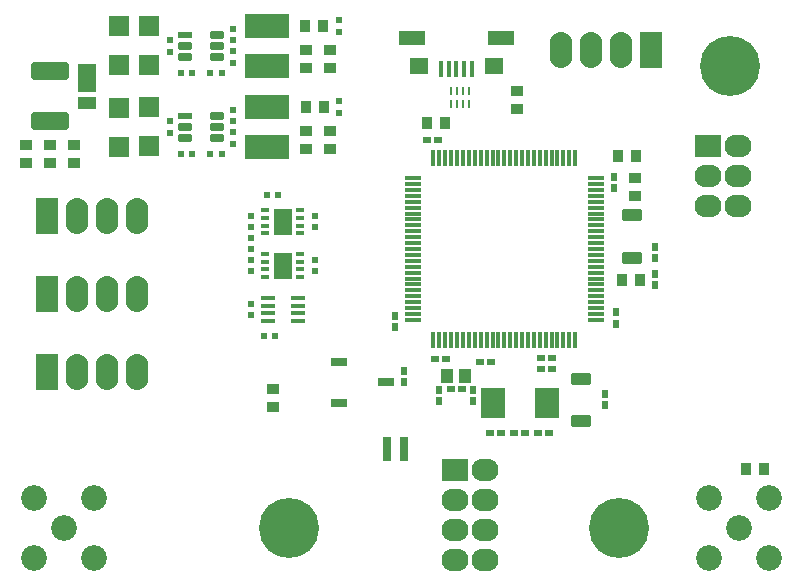
<source format=gts>
G04 ================== begin FILE IDENTIFICATION RECORD ==================*
G04 Layout Name:  M:/TDP4/Data Logger Full/allegro/datalogger.brd*
G04 Film Name:    datalogger.GTS*
G04 File Format:  Gerber RS274X*
G04 File Origin:  Cadence Allegro 17.2-S055*
G04 Origin Date:  Mon Mar 22 02:40:34 2021*
G04 *
G04 Layer:  VIA CLASS/SOLDERMASK_TOP*
G04 Layer:  PIN/SOLDERMASK_TOP*
G04 Layer:  DRC ERROR CLASS/SOLDERMASK_TOP*
G04 *
G04 Offset:    (0.00 0.00)*
G04 Mirror:    No*
G04 Mode:      Positive*
G04 Rotation:  0*
G04 FullContactRelief:  No*
G04 UndefLineWidth:     10.00*
G04 ================== end FILE IDENTIFICATION RECORD ====================*
%FSLAX25Y25*MOIN*%
%IR0*IPPOS*OFA0.00000B0.00000*MIA0B0*SFA1.00000B1.00000*%
%AMMACRO14*
4,1,40,.06299,-.01969,
.06299,.01969,
.062841,.021399,
.062397,.023055,
.061672,.02461,
.060688,.026015,
.059475,.027228,
.05807,.028212,
.056515,.028937,
.054859,.029381,
.05315,.02953,
-.05315,.02953,
-.054859,.029381,
-.056515,.028937,
-.05807,.028212,
-.059475,.027228,
-.060688,.026015,
-.061672,.02461,
-.062397,.023055,
-.062841,.021399,
-.06299,.01969,
-.06299,-.01969,
-.062841,-.021399,
-.062397,-.023055,
-.061672,-.02461,
-.060688,-.026015,
-.059475,-.027228,
-.05807,-.028212,
-.056515,-.028937,
-.054859,-.029381,
-.05315,-.02953,
.05315,-.02953,
.054859,-.029381,
.056515,-.028937,
.05807,-.028212,
.059475,-.027228,
.060688,-.026015,
.061672,-.02461,
.062397,-.023055,
.062841,-.021399,
.06299,-.01969,
0.0*
%
%ADD14MACRO14*%
%AMMACRO48*
4,1,44,-.03346,.00984,
-.03346,-.00984,
-.033316,-.011549,
-.032873,-.013206,
-.032149,-.014761,
-.031166,-.016166,
-.029954,-.01738,
-.028549,-.018364,
-.026995,-.01909,
-.025339,-.019535,
-.02363,-.019685,
-.02362,-.01968,
.02362,-.01968,
.025329,-.019536,
.026986,-.019093,
.028541,-.018369,
.029946,-.017386,
.03116,-.016174,
.032144,-.014769,
.03287,-.013215,
.033315,-.011559,
.033465,-.00985,
.03346,-.00984,
.03346,.00984,
.033316,.011549,
.032873,.013206,
.032149,.014761,
.031166,.016166,
.029954,.01738,
.028549,.018364,
.026995,.01909,
.025339,.019535,
.02363,.019685,
.02362,.01968,
-.02362,.01968,
-.025329,.019536,
-.026986,.019093,
-.028541,.018369,
-.029946,.017386,
-.03116,.016174,
-.032144,.014769,
-.03287,.013215,
-.033315,.011559,
-.033465,.00985,
-.03346,.00984,
0.0*
%
%ADD48MACRO48*%
%ADD11O,.075X.12*%
%ADD12R,.075X.12*%
%AMMACRO29*
4,1,44,-.00531,-.01141,
.00531,-.01141,
.006199,-.011338,
.007061,-.011108,
.007871,-.010732,
.008602,-.01022,
.009234,-.00959,
.009747,-.008859,
.010125,-.008051,
.010356,-.007189,
.010435,-.0063,
.01043,-.00629,
.01043,.00629,
.010358,.007179,
.010128,.008041,
.009752,.008851,
.00924,.009582,
.00861,.010214,
.007879,.010727,
.007071,.011105,
.006209,.011336,
.00532,.011415,
.00531,.01141,
-.00531,.01141,
-.006199,.011338,
-.007061,.011108,
-.007871,.010732,
-.008602,.01022,
-.009234,.00959,
-.009747,.008859,
-.010125,.008051,
-.010356,.007189,
-.010435,.0063,
-.01043,.00629,
-.01043,-.00629,
-.010358,-.007179,
-.010128,-.008041,
-.009752,-.008851,
-.00924,-.009582,
-.00861,-.010214,
-.007879,-.010727,
-.007071,-.011105,
-.006209,-.011336,
-.00532,-.011415,
-.00531,-.01141,
0.0*
%
%ADD29MACRO29*%
%AMMACRO21*
4,1,44,.01141,-.00531,
.01141,.00531,
.011338,.006199,
.011108,.007061,
.010732,.007871,
.01022,.008602,
.00959,.009234,
.008859,.009747,
.008051,.010125,
.007189,.010356,
.0063,.010435,
.00629,.01043,
-.00629,.01043,
-.007179,.010358,
-.008041,.010128,
-.008851,.009752,
-.009582,.00924,
-.010214,.00861,
-.010727,.007879,
-.011105,.007071,
-.011336,.006209,
-.011415,.00532,
-.01141,.00531,
-.01141,-.00531,
-.011338,-.006199,
-.011108,-.007061,
-.010732,-.007871,
-.01022,-.008602,
-.00959,-.009234,
-.008859,-.009747,
-.008051,-.010125,
-.007189,-.010356,
-.0063,-.010435,
-.00629,-.01043,
.00629,-.01043,
.007179,-.010358,
.008041,-.010128,
.008851,-.009752,
.009582,-.00924,
.010214,-.00861,
.010727,-.007879,
.011105,-.007071,
.011336,-.006209,
.011415,-.00532,
.01141,-.00531,
0.0*
%
%ADD21MACRO21*%
%AMMACRO19*
4,1,40,-.01771,-.01181,
.01771,-.01181,
.018736,-.01172,
.019731,-.011454,
.020665,-.011018,
.021509,-.010427,
.022237,-.009699,
.022828,-.008855,
.023264,-.007921,
.02353,-.006926,
.02362,-.0059,
.02362,.0059,
.02353,.006926,
.023264,.007921,
.022828,.008855,
.022237,.009699,
.021509,.010427,
.020665,.011018,
.019731,.011454,
.018736,.01172,
.01771,.01181,
-.01771,.01181,
-.018736,.01172,
-.019731,.011454,
-.020665,.011018,
-.021509,.010427,
-.022237,.009699,
-.022828,.008855,
-.023264,.007921,
-.02353,.006926,
-.02362,.0059,
-.02362,-.0059,
-.02353,-.006926,
-.023264,-.007921,
-.022828,-.008855,
-.022237,-.009699,
-.021509,-.010427,
-.020665,-.011018,
-.019731,-.011454,
-.018736,-.01172,
-.01771,-.01181,
0.0*
%
%ADD19MACRO19*%
%ADD10C,.08583*%
%ADD46R,.07874X.10236*%
%AMMACRO43*
4,1,44,-.00787,-.01141,
.00787,-.01141,
.008896,-.011325,
.009891,-.011059,
.010825,-.010623,
.011669,-.010032,
.012397,-.009304,
.012988,-.00846,
.013424,-.007526,
.01369,-.006531,
.01378,-.005505,
.01378,-.0055,
.01378,.0055,
.013691,.006526,
.013425,.007522,
.012991,.008456,
.012401,.0093,
.011673,.010029,
.010829,.010621,
.009896,.011057,
.008901,.011324,
.007875,.011415,
.00787,.01141,
-.00787,.01141,
-.008896,.011325,
-.009891,.011059,
-.010825,.010623,
-.011669,.010032,
-.012397,.009304,
-.012988,.00846,
-.013424,.007526,
-.01369,.006531,
-.01378,.005505,
-.01378,.0055,
-.01378,-.0055,
-.013691,-.006526,
-.013425,-.007522,
-.012991,-.008456,
-.012401,-.0093,
-.011673,-.010029,
-.010829,-.010621,
-.009896,-.011057,
-.008901,-.011324,
-.007875,-.011415,
-.00787,-.01141,
0.0*
%
%ADD43MACRO43*%
%AMMACRO33*
4,1,44,.01141,-.00787,
.01141,.00787,
.011325,.008896,
.011059,.009891,
.010623,.010825,
.010032,.011669,
.009304,.012397,
.00846,.012988,
.007526,.013424,
.006531,.01369,
.005505,.01378,
.0055,.01378,
-.0055,.01378,
-.006526,.013691,
-.007522,.013425,
-.008456,.012991,
-.0093,.012401,
-.010029,.011673,
-.010621,.010829,
-.011057,.009896,
-.011324,.008901,
-.011415,.007875,
-.01141,.00787,
-.01141,-.00787,
-.011325,-.008896,
-.011059,-.009891,
-.010623,-.010825,
-.010032,-.011669,
-.009304,-.012397,
-.00846,-.012988,
-.007526,-.013424,
-.006531,-.01369,
-.005505,-.01378,
-.0055,-.01378,
.0055,-.01378,
.006526,-.013691,
.007522,-.013425,
.008456,-.012991,
.0093,-.012401,
.010029,-.011673,
.010621,-.010829,
.011057,-.009896,
.011324,-.008901,
.011415,-.007875,
.01141,-.00787,
0.0*
%
%ADD33MACRO33*%
%ADD44R,.00787X.02756*%
%AMMACRO28*
4,1,44,-.01339,.0063,
.01339,.0063,
.013663,.006276,
.013928,.006204,
.014176,.006088,
.0144,.00593,
.014594,.005736,
.014751,.005511,
.014866,.005263,
.014937,.004998,
.01496,.004725,
.01496,.00472,
.01496,-.00472,
.014937,-.004993,
.014868,-.005258,
.014753,-.005507,
.014597,-.005733,
.014404,-.005927,
.01418,-.006086,
.013932,-.006203,
.013668,-.006275,
.013395,-.0063,
.01339,-.0063,
-.01339,-.0063,
-.013663,-.006276,
-.013928,-.006204,
-.014176,-.006088,
-.0144,-.00593,
-.014594,-.005736,
-.014751,-.005511,
-.014866,-.005263,
-.014937,-.004998,
-.01496,-.004725,
-.01496,-.00472,
-.01496,.00472,
-.014937,.004993,
-.014868,.005258,
-.014753,.005507,
-.014597,.005733,
-.014404,.005927,
-.01418,.006086,
-.013932,.006203,
-.013668,.006275,
-.013395,.0063,
-.01339,.0063,
0.0*
%
%ADD28MACRO28*%
%ADD22R,.14567X.07874*%
%AMMACRO47*
4,1,44,.03346,-.00984,
.03346,.00984,
.033316,.011549,
.032873,.013206,
.032149,.014761,
.031166,.016166,
.029954,.01738,
.028549,.018364,
.026995,.01909,
.025339,.019535,
.02363,.019685,
.02362,.01968,
-.02362,.01968,
-.025329,.019536,
-.026986,.019093,
-.028541,.018369,
-.029946,.017386,
-.03116,.016174,
-.032144,.014769,
-.03287,.013215,
-.033315,.011559,
-.033465,.00985,
-.03346,.00984,
-.03346,-.00984,
-.033316,-.011549,
-.032873,-.013206,
-.032149,-.014761,
-.031166,-.016166,
-.029954,-.01738,
-.028549,-.018364,
-.026995,-.01909,
-.025339,-.019535,
-.02363,-.019685,
-.02362,-.01968,
.02362,-.01968,
.025329,-.019536,
.026986,-.019093,
.028541,-.018369,
.029946,-.017386,
.03116,-.016174,
.032144,-.014769,
.03287,-.013215,
.033315,-.011559,
.033465,-.00985,
.03346,-.00984,
0.0*
%
%ADD47MACRO47*%
%ADD24C,.2*%
%ADD30R,.037X.043*%
%ADD13R,.043X.037*%
%ADD37O,.09X.075*%
%ADD38R,.09X.075*%
%ADD31R,.05512X.0315*%
%ADD15R,.065X.065*%
%AMMACRO26*
4,1,44,-.01141,.00531,
-.01141,-.00531,
-.011338,-.006199,
-.011108,-.007061,
-.010732,-.007871,
-.01022,-.008602,
-.00959,-.009234,
-.008859,-.009747,
-.008051,-.010125,
-.007189,-.010356,
-.0063,-.010435,
-.00629,-.01043,
.00629,-.01043,
.007179,-.010358,
.008041,-.010128,
.008851,-.009752,
.009582,-.00924,
.010214,-.00861,
.010727,-.007879,
.011105,-.007071,
.011336,-.006209,
.011415,-.00532,
.01141,-.00531,
.01141,.00531,
.011338,.006199,
.011108,.007061,
.010732,.007871,
.01022,.008602,
.00959,.009234,
.008859,.009747,
.008051,.010125,
.007189,.010356,
.0063,.010435,
.00629,.01043,
-.00629,.01043,
-.007179,.010358,
-.008041,.010128,
-.008851,.009752,
-.009582,.00924,
-.010214,.00861,
-.010727,.007879,
-.011105,.007071,
-.011336,.006209,
-.011415,.00532,
-.01141,.00531,
0.0*
%
%ADD26MACRO26*%
%ADD34R,.05807X.01181*%
%ADD20R,.04724X.02362*%
%AMMACRO18*
4,1,44,.00531,.01141,
-.00531,.01141,
-.006199,.011338,
-.007061,.011108,
-.007871,.010732,
-.008602,.01022,
-.009234,.00959,
-.009747,.008859,
-.010125,.008051,
-.010356,.007189,
-.010435,.0063,
-.01043,.00629,
-.01043,-.00629,
-.010358,-.007179,
-.010128,-.008041,
-.009752,-.008851,
-.00924,-.009582,
-.00861,-.010214,
-.007879,-.010727,
-.007071,-.011105,
-.006209,-.011336,
-.00532,-.011415,
-.00531,-.01141,
.00531,-.01141,
.006199,-.011338,
.007061,-.011108,
.007871,-.010732,
.008602,-.01022,
.009234,-.00959,
.009747,-.008859,
.010125,-.008051,
.010356,-.007189,
.010435,-.0063,
.01043,-.00629,
.01043,.00629,
.010358,.007179,
.010128,.008041,
.009752,.008851,
.00924,.009582,
.00861,.010214,
.007879,.010727,
.007071,.011105,
.006209,.011336,
.00532,.011415,
.00531,.01141,
0.0*
%
%ADD18MACRO18*%
%ADD42R,.01181X.05807*%
%ADD16R,.05906X.04134*%
%ADD45R,.01575X.05315*%
%ADD25R,.04724X.01772*%
%ADD35R,.09055X.05118*%
%AMMACRO23*
4,1,40,.01771,.01181,
-.01771,.01181,
-.018736,.01172,
-.019731,.011454,
-.020665,.011018,
-.021509,.010427,
-.022237,.009699,
-.022828,.008855,
-.023264,.007921,
-.02353,.006926,
-.02362,.0059,
-.02362,-.0059,
-.02353,-.006926,
-.023264,-.007921,
-.022828,-.008855,
-.022237,-.009699,
-.021509,-.010427,
-.020665,-.011018,
-.019731,-.011454,
-.018736,-.01172,
-.01771,-.01181,
.01771,-.01181,
.018736,-.01172,
.019731,-.011454,
.020665,-.011018,
.021509,-.010427,
.022237,-.009699,
.022828,-.008855,
.023264,-.007921,
.02353,-.006926,
.02362,-.0059,
.02362,.0059,
.02353,.006926,
.023264,.007921,
.022828,.008855,
.022237,.009699,
.021509,.010427,
.020665,.011018,
.019731,.011454,
.018736,.01172,
.01771,.01181,
0.0*
%
%ADD23MACRO23*%
%ADD41R,.03937X.04921*%
%AMMACRO40*
4,1,44,-.01141,.00787,
-.01141,-.00787,
-.011325,-.008896,
-.011059,-.009891,
-.010623,-.010825,
-.010032,-.011669,
-.009304,-.012397,
-.00846,-.012988,
-.007526,-.013424,
-.006531,-.01369,
-.005505,-.01378,
-.0055,-.01378,
.0055,-.01378,
.006526,-.013691,
.007522,-.013425,
.008456,-.012991,
.0093,-.012401,
.010029,-.011673,
.010621,-.010829,
.011057,-.009896,
.011324,-.008901,
.011415,-.007875,
.01141,-.00787,
.01141,.00787,
.011325,.008896,
.011059,.009891,
.010623,.010825,
.010032,.011669,
.009304,.012397,
.00846,.012988,
.007526,.013424,
.006531,.01369,
.005505,.01378,
.0055,.01378,
-.0055,.01378,
-.006526,.013691,
-.007522,.013425,
-.008456,.012991,
-.0093,.012401,
-.010029,.011673,
-.010621,.010829,
-.011057,.009896,
-.011324,.008901,
-.011415,.007875,
-.01141,.00787,
0.0*
%
%ADD40MACRO40*%
%ADD36R,.06299X.05512*%
%ADD27R,.05906X.09055*%
%AMMACRO39*
4,1,44,.00787,.01141,
-.00787,.01141,
-.008896,.011325,
-.009891,.011059,
-.010825,.010623,
-.011669,.010032,
-.012397,.009304,
-.012988,.00846,
-.013424,.007526,
-.01369,.006531,
-.01378,.005505,
-.01378,.0055,
-.01378,-.0055,
-.013691,-.006526,
-.013425,-.007522,
-.012991,-.008456,
-.012401,-.0093,
-.011673,-.010029,
-.010829,-.010621,
-.009896,-.011057,
-.008901,-.011324,
-.007875,-.011415,
-.00787,-.01141,
.00787,-.01141,
.008896,-.011325,
.009891,-.011059,
.010825,-.010623,
.011669,-.010032,
.012397,-.009304,
.012988,-.00846,
.013424,-.007526,
.01369,-.006531,
.01378,-.005505,
.01378,-.0055,
.01378,.0055,
.013691,.006526,
.013425,.007522,
.012991,.008456,
.012401,.0093,
.011673,.010029,
.010829,.010621,
.009896,.011057,
.008901,.011324,
.007875,.011415,
.00787,.01141,
0.0*
%
%ADD39MACRO39*%
%ADD32R,.02756X.07874*%
%ADD17R,.05906X.09449*%
%LPD*%
G75*
G54D10*
X-133000Y-93900D03*
Y-73900D03*
X-123000Y-83900D03*
X-113000Y-93900D03*
Y-73900D03*
X92000Y-93900D03*
Y-73900D03*
X112000Y-93900D03*
Y-73900D03*
X102000Y-83900D03*
G54D20*
X-82615Y53540D03*
Y80540D03*
G54D11*
X-118600Y-31800D03*
Y-5800D03*
Y20200D03*
X-98600Y-31800D03*
X-108600D03*
X-98600Y-5800D03*
X-108600D03*
X-98600Y20200D03*
X-108600D03*
X42700Y75457D03*
X52700D03*
X62700D03*
G54D30*
X-42500Y56468D03*
X-42700Y83475D03*
X-36500Y56468D03*
X-36700Y83475D03*
X-2000Y51100D03*
X4000D03*
X68900Y-1100D03*
X62900D03*
X61700Y40000D03*
X67700D03*
X104400Y-64100D03*
X110400D03*
G54D21*
X-87800Y47891D03*
Y51709D03*
Y74891D03*
Y78709D03*
X-66785Y44151D03*
Y51631D03*
Y55449D03*
Y47969D03*
Y78631D03*
Y82449D03*
Y71151D03*
Y74969D03*
X-60700Y-12909D03*
Y-9091D03*
Y8991D03*
Y12809D03*
X-39500Y1691D03*
Y5509D03*
Y16291D03*
Y20109D03*
G54D12*
X-128600Y-31800D03*
Y-5800D03*
Y20200D03*
X72700Y75457D03*
G54D40*
X13300Y-37900D03*
Y-41600D03*
X2000Y-37900D03*
Y-41600D03*
X60900Y-15750D03*
Y-12050D03*
X74000Y9750D03*
Y6050D03*
X60300Y33250D03*
Y29550D03*
G54D31*
X-31574Y-42190D03*
Y-28410D03*
X-15826Y-35300D03*
G54D13*
X-127900Y43713D03*
Y37713D03*
X-119900Y43713D03*
Y37713D03*
X-135900Y43713D03*
Y37713D03*
X-53400Y-43700D03*
Y-37700D03*
X-42475Y42468D03*
Y48468D03*
Y69468D03*
Y75468D03*
X-34475Y42468D03*
Y48468D03*
Y69468D03*
Y75468D03*
X27853Y55765D03*
Y61765D03*
X67200Y26800D03*
Y32800D03*
G54D22*
X-55500Y43107D03*
Y56493D03*
Y70107D03*
Y83493D03*
G54D32*
X-9600Y-57500D03*
X-15506D03*
G54D41*
X10606Y-33200D03*
X4700D03*
G54D23*
X-71985Y53540D03*
Y49800D03*
Y46060D03*
Y80540D03*
Y76800D03*
Y73060D03*
G54D14*
X-127900Y51713D03*
Y68287D03*
G54D42*
X15826Y-21365D03*
X13857D03*
X11889D03*
X9920D03*
X7952D03*
X5983D03*
X4015D03*
X2046D03*
X78D03*
Y39565D03*
X2046D03*
X4015D03*
X5983D03*
X7952D03*
X9920D03*
X11889D03*
X13857D03*
X15826D03*
X35511Y-21365D03*
X33543D03*
X31574D03*
X29606D03*
X27637D03*
X25669D03*
X23700D03*
X21731D03*
X19763D03*
X17794D03*
Y39565D03*
X19763D03*
X21731D03*
X23700D03*
X25669D03*
X27637D03*
X29606D03*
X31574D03*
X33543D03*
X35511D03*
X47322Y-21365D03*
X45354D03*
X43385D03*
X41417D03*
X39448D03*
X37480D03*
Y39565D03*
X39448D03*
X41417D03*
X43385D03*
X45354D03*
X47322D03*
G54D15*
X-104600Y43100D03*
Y56100D03*
Y70500D03*
Y83500D03*
X-94600Y43500D03*
Y56500D03*
Y70500D03*
Y83500D03*
G54D24*
X-48000Y-83900D03*
X62000D03*
X99000Y70000D03*
G54D33*
X-9900Y-35250D03*
X-12700Y-16850D03*
X-9900Y-31550D03*
X-12700Y-13150D03*
X57100Y-43050D03*
Y-39350D03*
X74000Y-2950D03*
Y750D03*
G54D25*
X-55021Y-14939D03*
X-45179D03*
X-55021Y-12380D03*
Y-9820D03*
Y-7261D03*
X-45179D03*
Y-9820D03*
Y-12380D03*
G54D16*
X-115300Y57709D03*
G54D34*
X-6765Y-14522D03*
Y-12554D03*
Y-10585D03*
Y-8617D03*
Y-6648D03*
Y-4680D03*
Y-2711D03*
Y-743D03*
Y1226D03*
Y3194D03*
Y5163D03*
Y7131D03*
Y9100D03*
Y11069D03*
Y13037D03*
Y15006D03*
Y16974D03*
Y18943D03*
Y20911D03*
Y22880D03*
Y24848D03*
Y26817D03*
Y28785D03*
Y30754D03*
Y32722D03*
X54165Y3194D03*
Y1226D03*
Y-743D03*
Y-2711D03*
Y-4680D03*
Y-6648D03*
Y-8617D03*
Y-10585D03*
Y-12554D03*
Y-14522D03*
Y22880D03*
Y20911D03*
Y18943D03*
Y16974D03*
Y15006D03*
Y13037D03*
Y11069D03*
Y9100D03*
Y7131D03*
Y5163D03*
Y32722D03*
Y30754D03*
Y28785D03*
Y26817D03*
Y24848D03*
G54D43*
X-2150Y45600D03*
X1550D03*
X35050Y-52300D03*
X38750D03*
G54D17*
X-115300Y66253D03*
G54D35*
X-7064Y79591D03*
X22464D03*
G54D26*
X-60700Y1691D03*
Y5509D03*
Y20109D03*
Y16291D03*
X-31500Y58377D03*
Y54559D03*
Y81559D03*
Y85377D03*
G54D44*
X11853Y57435D03*
X9884D03*
X7916D03*
X5947D03*
Y61765D03*
X7916D03*
X9884D03*
X11853D03*
G54D27*
X-50100Y3600D03*
Y18200D03*
G54D36*
X-4898Y69946D03*
X20298D03*
G54D45*
X2582Y69158D03*
X5141D03*
X7700D03*
X10259D03*
X12818D03*
G54D18*
X-84124Y40860D03*
Y67860D03*
X-80306Y40860D03*
X-70476D03*
X-74294D03*
X-80306Y67860D03*
X-70476D03*
X-74294D03*
X-52691Y-20000D03*
X-56509D03*
G54D37*
X17400Y-94500D03*
X7400D03*
X17400Y-84500D03*
X7400D03*
X17400Y-74500D03*
X7400D03*
X17400Y-64500D03*
X91600Y23500D03*
Y33500D03*
X101600Y23500D03*
Y33500D03*
Y43500D03*
G54D28*
X-55946Y-239D03*
Y2320D03*
X-44254D03*
Y-239D03*
X-55946Y4880D03*
Y7439D03*
X-44254D03*
Y4880D03*
X-55946Y14361D03*
Y16920D03*
Y19480D03*
Y22039D03*
X-44254D03*
Y19480D03*
Y16920D03*
Y14361D03*
G54D46*
X37955Y-42300D03*
X19845D03*
G54D19*
X-82615Y46060D03*
Y49800D03*
Y73060D03*
Y76800D03*
G54D38*
X7400Y-64500D03*
X91600Y43500D03*
G54D47*
X49100Y-48287D03*
X66100Y6113D03*
G54D29*
X-55418Y27200D03*
X-51600D03*
G54D39*
X9500Y-37700D03*
X5800D03*
X4250Y-27600D03*
X550D03*
X15650Y-28500D03*
X30750Y-52300D03*
X27050D03*
X22750D03*
X19050D03*
X35850Y-27200D03*
Y-30800D03*
X19350Y-28500D03*
X39550Y-27200D03*
Y-30800D03*
G54D48*
X49100Y-34113D03*
X66100Y20287D03*
M02*

</source>
